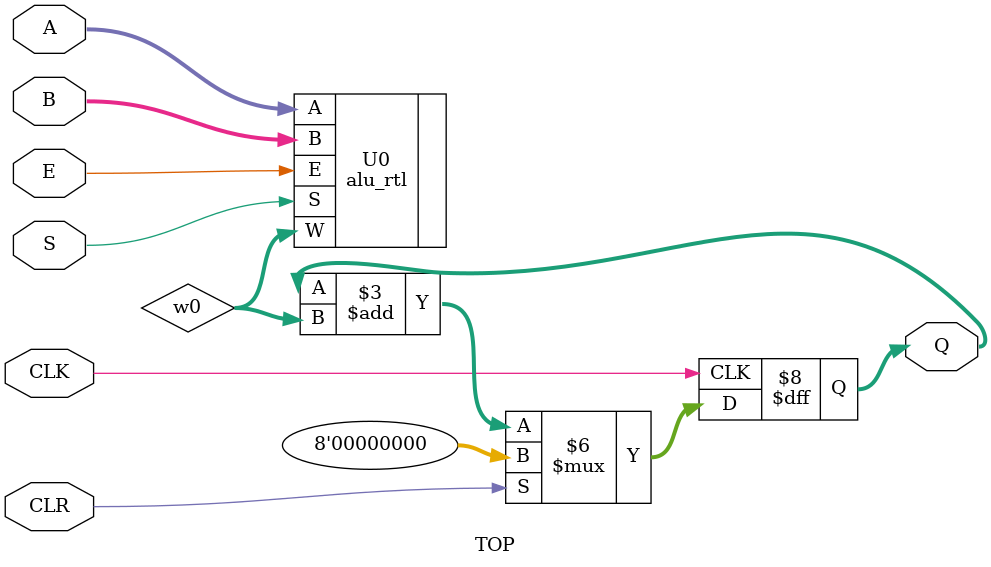
<source format=v>
`include "alu_rtl.v"

module TOP(A, B, S, E, Q, CLK, CLR);
    
    input CLK, CLR, S, E;
    input [7:0] A, B;

    output reg[7:0] Q = 8'd0;

    wire [7:0]w0;

    alu_rtl U0(.A(A), .B(B) , .S(S), .E(E), .W(w0));

    always@(negedge CLK)begin
        if (CLR == 1'b1)begin
            Q <= 8'd0;
        end
        else begin
            {Q} <= Q + w0 ;
        end
    end
endmodule

</source>
